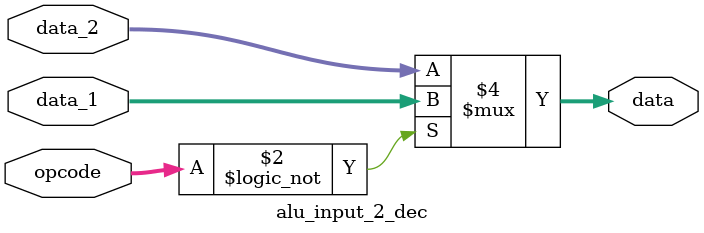
<source format=v>
`timescale 1ns / 1ps
module alu_input_2_dec(
    input [7:0] data_1,
    input [7:0] data_2,
    input [1:0] opcode,
    output reg [7:0] data
    );
	 
	 always @ (*)
	 begin
		if (opcode == 2'b00)
			data = data_1;
		else
			data = data_2;
	 end


endmodule

</source>
